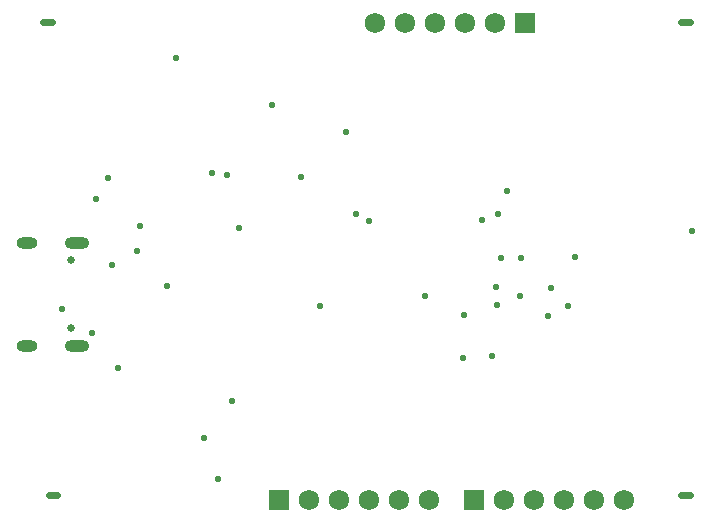
<source format=gbs>
%FSTAX23Y23*%
%MOIN*%
%SFA1B1*%

%IPPOS*%
%ADD43C,0.022000*%
%ADD71R,0.067953X0.067953*%
%ADD72C,0.067953*%
%ADD73O,0.069921X0.038425*%
%ADD74O,0.081732X0.038425*%
%ADD75C,0.026614*%
%ADD76C,0.022677*%
%LNMaskBot-1*%
%LPD*%
G54D43*
X0223Y01712D02*
X02258D01*
X0223Y00137D02*
X02258D01*
X00104Y01712D02*
X00132D01*
X00123Y00137D02*
X00151D01*
G54D71*
X00888Y00118D03*
X01539D03*
X01711Y0171D03*
G54D72*
X00988Y00118D03*
X01088D03*
X01188D03*
X01288D03*
X01388D03*
X01639D03*
X01739D03*
X01839D03*
X01939D03*
X02039D03*
X01611Y0171D03*
X01511D03*
X01411D03*
X01311D03*
X01211D03*
G54D73*
X00051Y00634D03*
Y00975D03*
G54D74*
X00216Y00634D03*
Y00975D03*
G54D75*
X00196Y00691D03*
Y00918D03*
G54D76*
X01854Y00767D03*
X01795Y00826D03*
X01877Y00929D03*
X01692Y00799D03*
X01618Y01074D03*
X01649Y01149D03*
X01629Y00925D03*
X01615Y00768D03*
X01614Y00829D03*
X00866Y01437D03*
X00267Y00677D03*
X00685Y00188D03*
X00165Y00755D03*
X01114Y01345D03*
X00515Y00832D03*
X00547Y01594D03*
X00641Y00326D03*
X00354Y00559D03*
X00279Y01122D03*
X00334Y00901D03*
X00417Y00948D03*
X00964Y01196D03*
X01191Y01048D03*
X01026Y00766D03*
X01507Y00736D03*
X01566Y01051D03*
X00755Y01027D03*
X0032Y01194D03*
X00425Y01031D03*
X01145Y01074D03*
X00665Y01208D03*
X01503Y00594D03*
X00716Y01204D03*
X01377Y00799D03*
X02267Y01015D03*
X01787Y00733D03*
X00732Y00448D03*
X01598Y00598D03*
X01696Y00925D03*
M02*
</source>
